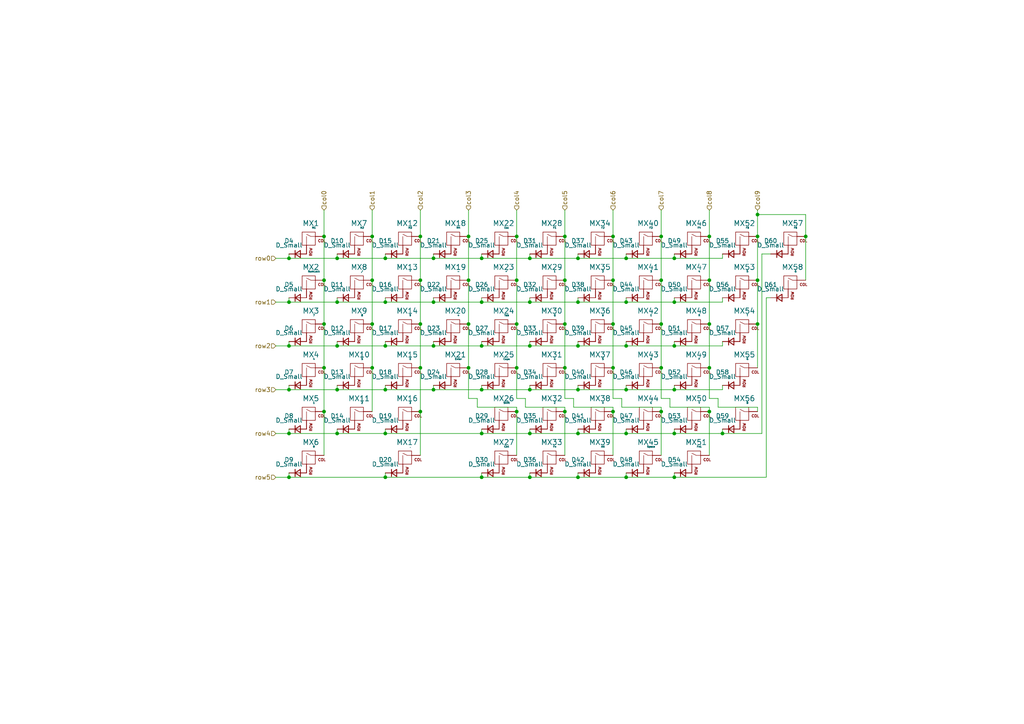
<source format=kicad_sch>
(kicad_sch (version 20230121) (generator eeschema)
  (paper "A4")
  (lib_symbols
    (symbol "Device:D_Small" (pin_numbers hide) (pin_names (offset 0.254) hide)
      (property "Reference" "D" (at -1.27 2.032 0))
      (property "Value" "D_Small" (at -3.81 -2.032 0))
      (symbol "D_Small_0_1"
        (polyline (pts (xy -0.762 -1.016) (xy -0.762 1.016)) (stroke (width 0.254)))
        (polyline (pts (xy -0.762 0) (xy 0.762 0)))
        (polyline (pts (xy 0.762 -1.016) (xy -0.762 0) (xy 0.762 1.016) (xy 0.762 -1.016)) (stroke (width 0.254)))
      )
      (symbol "D_Small_1_1"
        (pin passive line (at -2.54 0 0) (length 1.778) (name "K") (number "1"))
        (pin passive line (at 2.54 0 180) (length 1.778) (name "A") (number "2"))
      )
    )
    (symbol "MX_Alps_Hybrid:MX-NoLED" (pin_names (offset 1.016))
      (property "Reference" "MX" (at -0.635 3.81 0))
      (property "Value" "MX-NoLED" (at -0.635 1.27 0))
      (symbol "MX-NoLED_0_0"
        (rectangle (start -2.54 2.54) (end 1.27 -1.27))
        (polyline (pts (xy -1.27 -1.27) (xy -1.27 1.27)) (stroke (width 0.127)))
        (polyline (pts (xy 1.27 1.27) (xy 0 1.27) (xy -1.27 1.905)) (stroke (width 0.127)))
        (text "COL" (at 3.175 0 0) (effects (font (size 0.762 0.762))))
        (text "ROW" (at 0 -1.905 900) (effects (font (size 0.762 0.762)) (justify right)))
      )
      (symbol "MX-NoLED_1_1"
        (pin passive line (at 3.81 1.27 180) (length 2.54) (name "COL") (number "1"))
        (pin passive line (at -1.27 -3.81 90) (length 2.54) (name "ROW") (number "2"))
      )
    )
  )
  (junction (at 121.92 68.58))
  (junction (at 191.77 106.68))
  (junction (at 107.95 93.98))
  (junction (at 139.7 74.93))
  (junction (at 205.74 81.28))
  (junction (at 219.71 68.58))
  (junction (at 191.77 68.58))
  (junction (at 83.82 138.43))
  (junction (at 163.83 68.58))
  (junction (at 121.92 81.28))
  (junction (at 195.58 100.33))
  (junction (at 233.68 68.58))
  (junction (at 167.64 100.33))
  (junction (at 111.76 138.43))
  (junction (at 153.67 113.03))
  (junction (at 135.89 106.68))
  (junction (at 139.7 87.63))
  (junction (at 181.61 87.63))
  (junction (at 83.82 87.63))
  (junction (at 83.82 113.03))
  (junction (at 149.86 119.38))
  (junction (at 107.95 81.28))
  (junction (at 121.92 119.38))
  (junction (at 97.79 87.63))
  (junction (at 97.79 74.93))
  (junction (at 205.74 119.38))
  (junction (at 205.74 106.68))
  (junction (at 121.92 106.68))
  (junction (at 135.89 68.58))
  (junction (at 93.98 93.98))
  (junction (at 153.67 100.33))
  (junction (at 139.7 113.03))
  (junction (at 139.7 125.73))
  (junction (at 209.55 125.73))
  (junction (at 149.86 93.98))
  (junction (at 83.82 125.73))
  (junction (at 219.71 93.98))
  (junction (at 153.67 87.63))
  (junction (at 177.8 119.38))
  (junction (at 219.71 81.28))
  (junction (at 149.86 106.68))
  (junction (at 139.7 138.43))
  (junction (at 97.79 100.33))
  (junction (at 153.67 125.73))
  (junction (at 97.79 125.73))
  (junction (at 191.77 81.28))
  (junction (at 149.86 81.28))
  (junction (at 125.73 100.33))
  (junction (at 195.58 138.43))
  (junction (at 135.89 81.28))
  (junction (at 125.73 113.03))
  (junction (at 93.98 106.68))
  (junction (at 177.8 68.58))
  (junction (at 111.76 74.93))
  (junction (at 177.8 106.68))
  (junction (at 191.77 93.98))
  (junction (at 149.86 68.58))
  (junction (at 181.61 125.73))
  (junction (at 111.76 125.73))
  (junction (at 163.83 106.68))
  (junction (at 163.83 119.38))
  (junction (at 219.71 62.23))
  (junction (at 181.61 113.03))
  (junction (at 97.79 113.03))
  (junction (at 167.64 138.43))
  (junction (at 205.74 93.98))
  (junction (at 163.83 93.98))
  (junction (at 125.73 74.93))
  (junction (at 93.98 119.38))
  (junction (at 93.98 81.28))
  (junction (at 139.7 100.33))
  (junction (at 167.64 113.03))
  (junction (at 121.92 93.98))
  (junction (at 83.82 74.93))
  (junction (at 191.77 119.38))
  (junction (at 163.83 81.28))
  (junction (at 111.76 113.03))
  (junction (at 167.64 87.63))
  (junction (at 111.76 87.63))
  (junction (at 195.58 125.73))
  (junction (at 177.8 93.98))
  (junction (at 125.73 87.63))
  (junction (at 195.58 74.93))
  (junction (at 195.58 113.03))
  (junction (at 153.67 74.93))
  (junction (at 177.8 81.28))
  (junction (at 181.61 100.33))
  (junction (at 83.82 100.33))
  (junction (at 205.74 68.58))
  (junction (at 181.61 74.93))
  (junction (at 195.58 87.63))
  (junction (at 107.95 106.68))
  (junction (at 153.67 138.43))
  (junction (at 135.89 93.98))
  (junction (at 181.61 138.43))
  (junction (at 167.64 74.93))
  (junction (at 93.98 68.58))
  (junction (at 111.76 100.33))
  (junction (at 167.64 125.73))
  (junction (at 107.95 68.58))
  (wire (pts (xy 107.95 93.98) (xy 107.95 106.68)))
  (wire (pts (xy 93.98 81.28) (xy 93.98 93.98)))
  (wire (pts (xy 167.64 125.73) (xy 167.64 124.46)))
  (wire (pts (xy 153.67 74.93) (xy 153.67 73.66)))
  (wire (pts (xy 135.89 60.96) (xy 135.89 68.58)))
  (wire (pts (xy 177.8 68.58) (xy 177.8 81.28)))
  (wire (pts (xy 191.77 60.96) (xy 191.77 68.58)))
  (wire (pts (xy 149.86 93.98) (xy 149.86 106.68)))
  (wire (pts (xy 180.34 115.57) (xy 177.8 115.57)))
  (wire (pts (xy 97.79 74.93) (xy 97.79 73.66)))
  (wire (pts (xy 125.73 100.33) (xy 125.73 99.06)))
  (wire (pts (xy 121.92 106.68) (xy 121.92 119.38)))
  (wire (pts (xy 195.58 138.43) (xy 195.58 137.16)))
  (wire (pts (xy 191.77 81.28) (xy 191.77 93.98)))
  (wire (pts (xy 83.82 86.36) (xy 83.82 87.63)))
  (wire (pts (xy 135.89 115.57) (xy 135.89 106.68)))
  (wire (pts (xy 208.28 115.57) (xy 205.74 115.57)))
  (wire (pts (xy 219.71 60.96) (xy 219.71 62.23)))
  (wire (pts (xy 167.64 87.63) (xy 181.61 87.63)))
  (wire (pts (xy 149.86 119.38) (xy 149.86 118.11)))
  (wire (pts (xy 93.98 106.68) (xy 93.98 119.38)))
  (wire (pts (xy 222.25 138.43) (xy 195.58 138.43)))
  (wire (pts (xy 167.64 87.63) (xy 167.64 86.36)))
  (wire (pts (xy 220.98 125.73) (xy 220.98 73.66)))
  (wire (pts (xy 149.86 115.57) (xy 149.86 106.68)))
  (wire (pts (xy 181.61 125.73) (xy 181.61 124.46)))
  (wire (pts (xy 125.73 73.66) (xy 125.73 74.93)))
  (wire (pts (xy 139.7 125.73) (xy 153.67 125.73)))
  (wire (pts (xy 223.52 86.36) (xy 222.25 86.36)))
  (wire (pts (xy 181.61 100.33) (xy 195.58 100.33)))
  (wire (pts (xy 205.74 81.28) (xy 205.74 93.98)))
  (wire (pts (xy 153.67 74.93) (xy 167.64 74.93)))
  (wire (pts (xy 139.7 100.33) (xy 139.7 99.06)))
  (wire (pts (xy 83.82 125.73) (xy 97.79 125.73)))
  (wire (pts (xy 177.8 118.11) (xy 177.8 119.38)))
  (wire (pts (xy 195.58 124.46) (xy 195.58 125.73)))
  (wire (pts (xy 167.64 111.76) (xy 167.64 113.03)))
  (wire (pts (xy 107.95 81.28) (xy 107.95 93.98)))
  (wire (pts (xy 83.82 99.06) (xy 83.82 100.33)))
  (wire (pts (xy 111.76 138.43) (xy 111.76 137.16)))
  (wire (pts (xy 97.79 87.63) (xy 111.76 87.63)))
  (wire (pts (xy 111.76 87.63) (xy 111.76 86.36)))
  (wire (pts (xy 80.01 100.33) (xy 83.82 100.33)))
  (wire (pts (xy 83.82 100.33) (xy 97.79 100.33)))
  (wire (pts (xy 139.7 138.43) (xy 153.67 138.43)))
  (wire (pts (xy 93.98 68.58) (xy 93.98 81.28)))
  (wire (pts (xy 135.89 68.58) (xy 135.89 81.28)))
  (wire (pts (xy 111.76 87.63) (xy 125.73 87.63)))
  (wire (pts (xy 219.71 118.11) (xy 208.28 118.11)))
  (wire (pts (xy 180.34 118.11) (xy 180.34 115.57)))
  (wire (pts (xy 83.82 111.76) (xy 83.82 113.03)))
  (wire (pts (xy 177.8 60.96) (xy 177.8 68.58)))
  (wire (pts (xy 181.61 74.93) (xy 181.61 73.66)))
  (wire (pts (xy 205.74 68.58) (xy 205.74 81.28)))
  (wire (pts (xy 191.77 119.38) (xy 191.77 132.08)))
  (wire (pts (xy 83.82 113.03) (xy 97.79 113.03)))
  (wire (pts (xy 153.67 87.63) (xy 153.67 86.36)))
  (wire (pts (xy 93.98 93.98) (xy 93.98 106.68)))
  (wire (pts (xy 139.7 74.93) (xy 153.67 74.93)))
  (wire (pts (xy 97.79 111.76) (xy 97.79 113.03)))
  (wire (pts (xy 163.83 93.98) (xy 163.83 106.68)))
  (wire (pts (xy 167.64 100.33) (xy 167.64 99.06)))
  (wire (pts (xy 163.83 60.96) (xy 163.83 68.58)))
  (wire (pts (xy 125.73 100.33) (xy 139.7 100.33)))
  (wire (pts (xy 153.67 138.43) (xy 167.64 138.43)))
  (wire (pts (xy 107.95 106.68) (xy 107.95 119.38)))
  (wire (pts (xy 181.61 74.93) (xy 195.58 74.93)))
  (wire (pts (xy 222.25 86.36) (xy 222.25 138.43)))
  (wire (pts (xy 97.79 87.63) (xy 97.79 86.36)))
  (wire (pts (xy 83.82 87.63) (xy 97.79 87.63)))
  (wire (pts (xy 111.76 74.93) (xy 125.73 74.93)))
  (wire (pts (xy 195.58 125.73) (xy 209.55 125.73)))
  (wire (pts (xy 97.79 74.93) (xy 111.76 74.93)))
  (wire (pts (xy 209.55 125.73) (xy 220.98 125.73)))
  (wire (pts (xy 181.61 138.43) (xy 181.61 137.16)))
  (wire (pts (xy 191.77 93.98) (xy 191.77 106.68)))
  (wire (pts (xy 149.86 60.96) (xy 149.86 68.58)))
  (wire (pts (xy 191.77 118.11) (xy 180.34 118.11)))
  (wire (pts (xy 163.83 81.28) (xy 163.83 93.98)))
  (wire (pts (xy 149.86 68.58) (xy 149.86 81.28)))
  (wire (pts (xy 121.92 93.98) (xy 121.92 106.68)))
  (wire (pts (xy 181.61 87.63) (xy 195.58 87.63)))
  (wire (pts (xy 194.31 115.57) (xy 191.77 115.57)))
  (wire (pts (xy 208.28 118.11) (xy 208.28 115.57)))
  (wire (pts (xy 152.4 118.11) (xy 152.4 115.57)))
  (wire (pts (xy 177.8 81.28) (xy 177.8 93.98)))
  (wire (pts (xy 167.64 74.93) (xy 167.64 73.66)))
  (wire (pts (xy 191.77 115.57) (xy 191.77 106.68)))
  (wire (pts (xy 205.74 93.98) (xy 205.74 106.68)))
  (wire (pts (xy 163.83 115.57) (xy 163.83 106.68)))
  (wire (pts (xy 209.55 113.03) (xy 209.55 111.76)))
  (wire (pts (xy 139.7 113.03) (xy 139.7 111.76)))
  (wire (pts (xy 139.7 137.16) (xy 139.7 138.43)))
  (wire (pts (xy 125.73 87.63) (xy 139.7 87.63)))
  (wire (pts (xy 111.76 113.03) (xy 125.73 113.03)))
  (wire (pts (xy 111.76 125.73) (xy 139.7 125.73)))
  (wire (pts (xy 83.82 137.16) (xy 83.82 138.43)))
  (wire (pts (xy 121.92 119.38) (xy 121.92 132.08)))
  (wire (pts (xy 220.98 73.66) (xy 223.52 73.66)))
  (wire (pts (xy 191.77 118.11) (xy 191.77 119.38)))
  (wire (pts (xy 135.89 93.98) (xy 135.89 106.68)))
  (wire (pts (xy 139.7 113.03) (xy 153.67 113.03)))
  (wire (pts (xy 209.55 87.63) (xy 209.55 86.36)))
  (wire (pts (xy 195.58 100.33) (xy 209.55 100.33)))
  (wire (pts (xy 139.7 73.66) (xy 139.7 74.93)))
  (wire (pts (xy 195.58 113.03) (xy 195.58 111.76)))
  (wire (pts (xy 177.8 119.38) (xy 177.8 132.08)))
  (wire (pts (xy 97.79 125.73) (xy 111.76 125.73)))
  (wire (pts (xy 163.83 119.38) (xy 163.83 132.08)))
  (wire (pts (xy 205.74 118.11) (xy 205.74 119.38)))
  (wire (pts (xy 121.92 68.58) (xy 121.92 81.28)))
  (wire (pts (xy 167.64 100.33) (xy 181.61 100.33)))
  (wire (pts (xy 195.58 87.63) (xy 209.55 87.63)))
  (wire (pts (xy 163.83 68.58) (xy 163.83 81.28)))
  (wire (pts (xy 80.01 74.93) (xy 83.82 74.93)))
  (wire (pts (xy 153.67 100.33) (xy 153.67 99.06)))
  (wire (pts (xy 205.74 60.96) (xy 205.74 68.58)))
  (wire (pts (xy 139.7 100.33) (xy 153.67 100.33)))
  (wire (pts (xy 167.64 138.43) (xy 167.64 137.16)))
  (wire (pts (xy 195.58 87.63) (xy 195.58 86.36)))
  (wire (pts (xy 181.61 113.03) (xy 195.58 113.03)))
  (wire (pts (xy 219.71 93.98) (xy 219.71 106.68)))
  (wire (pts (xy 209.55 74.93) (xy 209.55 73.66)))
  (wire (pts (xy 149.86 119.38) (xy 149.86 132.08)))
  (wire (pts (xy 138.43 118.11) (xy 138.43 115.57)))
  (wire (pts (xy 139.7 87.63) (xy 139.7 86.36)))
  (wire (pts (xy 219.71 62.23) (xy 219.71 68.58)))
  (wire (pts (xy 107.95 68.58) (xy 107.95 81.28)))
  (wire (pts (xy 209.55 125.73) (xy 209.55 124.46)))
  (wire (pts (xy 93.98 119.38) (xy 93.98 132.08)))
  (wire (pts (xy 181.61 138.43) (xy 195.58 138.43)))
  (wire (pts (xy 83.82 73.66) (xy 83.82 74.93)))
  (wire (pts (xy 167.64 74.93) (xy 181.61 74.93)))
  (wire (pts (xy 83.82 124.46) (xy 83.82 125.73)))
  (wire (pts (xy 233.68 68.58) (xy 233.68 81.28)))
  (wire (pts (xy 163.83 118.11) (xy 163.83 119.38)))
  (wire (pts (xy 167.64 113.03) (xy 181.61 113.03)))
  (wire (pts (xy 205.74 119.38) (xy 205.74 132.08)))
  (wire (pts (xy 194.31 118.11) (xy 194.31 115.57)))
  (wire (pts (xy 111.76 138.43) (xy 139.7 138.43)))
  (wire (pts (xy 209.55 100.33) (xy 209.55 99.06)))
  (wire (pts (xy 125.73 113.03) (xy 125.73 111.76)))
  (wire (pts (xy 111.76 100.33) (xy 125.73 100.33)))
  (wire (pts (xy 111.76 74.93) (xy 111.76 73.66)))
  (wire (pts (xy 139.7 124.46) (xy 139.7 125.73)))
  (wire (pts (xy 219.71 68.58) (xy 219.71 81.28)))
  (wire (pts (xy 219.71 118.11) (xy 219.71 119.38)))
  (wire (pts (xy 167.64 138.43) (xy 181.61 138.43)))
  (wire (pts (xy 195.58 113.03) (xy 209.55 113.03)))
  (wire (pts (xy 153.67 138.43) (xy 153.67 137.16)))
  (wire (pts (xy 195.58 100.33) (xy 195.58 99.06)))
  (wire (pts (xy 97.79 100.33) (xy 111.76 100.33)))
  (wire (pts (xy 80.01 87.63) (xy 83.82 87.63)))
  (wire (pts (xy 191.77 68.58) (xy 191.77 81.28)))
  (wire (pts (xy 177.8 93.98) (xy 177.8 106.68)))
  (wire (pts (xy 149.86 118.11) (xy 138.43 118.11)))
  (wire (pts (xy 205.74 115.57) (xy 205.74 106.68)))
  (wire (pts (xy 177.8 115.57) (xy 177.8 106.68)))
  (wire (pts (xy 107.95 60.96) (xy 107.95 68.58)))
  (wire (pts (xy 138.43 115.57) (xy 135.89 115.57)))
  (wire (pts (xy 153.67 87.63) (xy 167.64 87.63)))
  (wire (pts (xy 97.79 125.73) (xy 97.79 124.46)))
  (wire (pts (xy 166.37 115.57) (xy 163.83 115.57)))
  (wire (pts (xy 125.73 74.93) (xy 139.7 74.93)))
  (wire (pts (xy 80.01 138.43) (xy 83.82 138.43)))
  (wire (pts (xy 93.98 60.96) (xy 93.98 68.58)))
  (wire (pts (xy 97.79 113.03) (xy 111.76 113.03)))
  (wire (pts (xy 152.4 115.57) (xy 149.86 115.57)))
  (wire (pts (xy 121.92 60.96) (xy 121.92 68.58)))
  (wire (pts (xy 149.86 81.28) (xy 149.86 93.98)))
  (wire (pts (xy 195.58 74.93) (xy 195.58 73.66)))
  (wire (pts (xy 219.71 62.23) (xy 233.68 62.23)))
  (wire (pts (xy 153.67 100.33) (xy 167.64 100.33)))
  (wire (pts (xy 177.8 118.11) (xy 166.37 118.11)))
  (wire (pts (xy 181.61 87.63) (xy 181.61 86.36)))
  (wire (pts (xy 121.92 81.28) (xy 121.92 93.98)))
  (wire (pts (xy 163.83 118.11) (xy 152.4 118.11)))
  (wire (pts (xy 219.71 81.28) (xy 219.71 93.98)))
  (wire (pts (xy 135.89 81.28) (xy 135.89 93.98)))
  (wire (pts (xy 111.76 125.73) (xy 111.76 124.46)))
  (wire (pts (xy 181.61 100.33) (xy 181.61 99.06)))
  (wire (pts (xy 195.58 74.93) (xy 209.55 74.93)))
  (wire (pts (xy 83.82 74.93) (xy 97.79 74.93)))
  (wire (pts (xy 80.01 125.73) (xy 83.82 125.73)))
  (wire (pts (xy 153.67 111.76) (xy 153.67 113.03)))
  (wire (pts (xy 125.73 113.03) (xy 139.7 113.03)))
  (wire (pts (xy 153.67 125.73) (xy 167.64 125.73)))
  (wire (pts (xy 153.67 113.03) (xy 167.64 113.03)))
  (wire (pts (xy 83.82 138.43) (xy 111.76 138.43)))
  (wire (pts (xy 181.61 111.76) (xy 181.61 113.03)))
  (wire (pts (xy 139.7 87.63) (xy 153.67 87.63)))
  (wire (pts (xy 111.76 113.03) (xy 111.76 111.76)))
  (wire (pts (xy 153.67 125.73) (xy 153.67 124.46)))
  (wire (pts (xy 181.61 125.73) (xy 195.58 125.73)))
  (wire (pts (xy 205.74 118.11) (xy 194.31 118.11)))
  (wire (pts (xy 167.64 125.73) (xy 181.61 125.73)))
  (wire (pts (xy 125.73 87.63) (xy 125.73 86.36)))
  (wire (pts (xy 166.37 118.11) (xy 166.37 115.57)))
  (wire (pts (xy 111.76 100.33) (xy 111.76 99.06)))
  (wire (pts (xy 80.01 113.03) (xy 83.82 113.03)))
  (wire (pts (xy 97.79 100.33) (xy 97.79 99.06)))
  (wire (pts (xy 233.68 62.23) (xy 233.68 68.58)))
  (hierarchical_label "col7" (shape input) (at 191.77 60.96 90))
  (hierarchical_label "col3" (shape input) (at 135.89 60.96 90))
  (hierarchical_label "row2" (shape input) (at 80.01 100.33 180))
  (hierarchical_label "row5" (shape input) (at 80.01 138.43 180))
  (hierarchical_label "col9" (shape input) (at 219.71 60.96 90))
  (hierarchical_label "row0" (shape input) (at 80.01 74.93 180))
  (hierarchical_label "col2" (shape input) (at 121.92 60.96 90))
  (hierarchical_label "row1" (shape input) (at 80.01 87.63 180))
  (hierarchical_label "col8" (shape input) (at 205.74 60.96 90))
  (hierarchical_label "col1" (shape input) (at 107.95 60.96 90))
  (hierarchical_label "col5" (shape input) (at 163.83 60.96 90))
  (hierarchical_label "col6" (shape input) (at 177.8 60.96 90))
  (hierarchical_label "row4" (shape input) (at 80.01 125.73 180))
  (hierarchical_label "row3" (shape input) (at 80.01 113.03 180))
  (hierarchical_label "col0" (shape input) (at 93.98 60.96 90))
  (hierarchical_label "col4" (shape input) (at 149.86 60.96 90))
  (symbol (lib_id "MX_Alps_Hybrid:MX-NoLED") (at 187.96 133.35 0) (unit 1)
    (property "Reference" "MX45" (at 187.96 128.27 0) (effects (font (size 1.524 1.524))))
    (property "Value" "Space" (at 188.8432 129.54 0) (effects (font (size 0.508 0.508))))
    (property "Footprint" "custom-footprints:Custom_SW_Cherry_MX_2.25u_PCB_stabflip" (effects hide))
  )
  (symbol (lib_id "MX_Alps_Hybrid:MX-NoLED") (at 90.17 69.85 0) (unit 1)
    (property "Reference" "MX1" (at 90.17 64.77 0) (effects (font (size 1.524 1.524))))
    (property "Value" "M1" (at 91.0532 66.04 0) (effects (font (size 0.508 0.508))))
    (property "Footprint" "custom-footprints:Custom_SW_Cherry_MX_1.00u_PCB" (effects hide))
  )
  (symbol (lib_id "Device:D_Small") (at 142.24 137.16 0) (unit 1)
    (property "Reference" "D30" (at 139.7 133.35 0))
    (property "Value" "D_Small" (at 139.7 134.62 0))
    (property "Footprint" "Diode_SMD:D_SOD-123" (effects hide))
    (property "Sim.Device" "D" (effects hide))
    (property "Sim.Pins" "1=K 2=A" (effects hide))
  )
  (symbol (lib_id "MX_Alps_Hybrid:MX-NoLED") (at 146.05 95.25 0) (unit 1)
    (property "Reference" "MX24" (at 146.05 90.17 0) (effects (font (size 1.524 1.524))))
    (property "Value" "Tab" (at 146.9332 91.44 0) (effects (font (size 0.508 0.508))))
    (property "Footprint" "custom-footprints:Custom_SW_Cherry_MX_1.50u_PCB" (effects hide))
  )
  (symbol (lib_id "Device:D_Small") (at 128.27 111.76 0) (unit 1)
    (property "Reference" "D24" (at 125.73 107.95 0))
    (property "Value" "D_Small" (at 125.73 109.22 0))
    (property "Footprint" "Diode_SMD:D_SOD-123" (effects hide))
    (property "Sim.Device" "D" (effects hide))
    (property "Sim.Pins" "1=K 2=A" (effects hide))
  )
  (symbol (lib_id "MX_Alps_Hybrid:MX-NoLED") (at 90.17 82.55 0) (unit 1)
    (property "Reference" "MX2" (at 90.17 77.47 0) (effects (font (size 1.524 1.524))))
    (property "Value" "NumLock" (at 91.0532 78.74 0) (effects (font (size 0.508 0.508))))
    (property "Footprint" "custom-footprints:Custom_SW_Cherry_MX_1.00u_PCB" (effects hide))
  )
  (symbol (lib_id "MX_Alps_Hybrid:MX-NoLED") (at 146.05 120.65 0) (unit 1)
    (property "Reference" "MX26" (at 146.05 115.57 0) (effects (font (size 1.524 1.524))))
    (property "Value" "Shift" (at 146.9332 116.84 0) (effects (font (size 0.508 0.508))))
    (property "Footprint" "custom-footprints:Custom_SW_Cherry_MX_2.25u_PCB" (effects hide))
  )
  (symbol (lib_id "MX_Alps_Hybrid:MX-NoLED") (at 118.11 107.95 0) (unit 1)
    (property "Reference" "MX15" (at 118.11 102.87 0) (effects (font (size 1.524 1.524))))
    (property "Value" "6" (at 118.9932 104.14 0) (effects (font (size 0.508 0.508))))
    (property "Footprint" "custom-footprints:Custom_SW_Cherry_MX_1.00u_PCB" (effects hide))
  )
  (symbol (lib_id "Device:D_Small") (at 170.18 111.76 0) (unit 1)
    (property "Reference" "D40" (at 167.64 107.95 0))
    (property "Value" "D_Small" (at 167.64 109.22 0))
    (property "Footprint" "Diode_SMD:D_SOD-123" (effects hide))
    (property "Sim.Device" "D" (effects hide))
    (property "Sim.Pins" "1=K 2=A" (effects hide))
  )
  (symbol (lib_id "Device:D_Small") (at 170.18 137.16 0) (unit 1)
    (property "Reference" "D42" (at 167.64 133.35 0))
    (property "Value" "D_Small" (at 167.64 134.62 0))
    (property "Footprint" "Diode_SMD:D_SOD-123" (effects hide))
    (property "Sim.Device" "D" (effects hide))
    (property "Sim.Pins" "1=K 2=A" (effects hide))
  )
  (symbol (lib_id "MX_Alps_Hybrid:MX-NoLED") (at 187.96 107.95 0) (unit 1)
    (property "Reference" "MX43" (at 187.96 102.87 0) (effects (font (size 1.524 1.524))))
    (property "Value" "D" (at 188.8432 104.14 0) (effects (font (size 0.508 0.508))))
    (property "Footprint" "custom-footprints:Custom_SW_Cherry_MX_1.00u_PCB" (effects hide))
  )
  (symbol (lib_id "Device:D_Small") (at 114.3 124.46 0) (unit 1)
    (property "Reference" "D19" (at 111.76 120.65 0))
    (property "Value" "D_Small" (at 111.76 121.92 0))
    (property "Footprint" "Diode_SMD:D_SOD-123" (effects hide))
    (property "Sim.Device" "D" (effects hide))
    (property "Sim.Pins" "1=K 2=A" (effects hide))
  )
  (symbol (lib_id "MX_Alps_Hybrid:MX-NoLED") (at 118.11 133.35 0) (unit 1)
    (property "Reference" "MX17" (at 118.11 128.27 0) (effects (font (size 1.524 1.524))))
    (property "Value" "." (at 118.9932 129.54 0) (effects (font (size 0.508 0.508))))
    (property "Footprint" "custom-footprints:Custom_SW_Cherry_MX_1.00u_PCB" (effects hide))
  )
  (symbol (lib_id "Device:D_Small") (at 212.09 86.36 0) (unit 1)
    (property "Reference" "D56" (at 209.55 82.55 0))
    (property "Value" "D_Small" (at 209.55 83.82 0))
    (property "Footprint" "Diode_SMD:D_SOD-123" (effects hide))
    (property "Sim.Device" "D" (effects hide))
    (property "Sim.Pins" "1=K 2=A" (effects hide))
  )
  (symbol (lib_id "MX_Alps_Hybrid:MX-NoLED") (at 132.08 95.25 0) (unit 1)
    (property "Reference" "MX20" (at 132.08 90.17 0) (effects (font (size 1.524 1.524))))
    (property "Value" "+" (at 132.9632 91.44 0) (effects (font (size 0.508 0.508))))
    (property "Footprint" "custom-footprints:Custom_SW_Cherry_MX_2.00u_PCB_stabflip" (effects hide))
  )
  (symbol (lib_id "Device:D_Small") (at 86.36 86.36 0) (unit 1)
    (property "Reference" "D5" (at 83.82 82.55 0))
    (property "Value" "D_Small" (at 83.82 83.82 0))
    (property "Footprint" "Diode_SMD:D_SOD-123" (effects hide))
    (property "Sim.Device" "D" (effects hide))
    (property "Sim.Pins" "1=K 2=A" (effects hide))
  )
  (symbol (lib_id "MX_Alps_Hybrid:MX-NoLED") (at 201.93 133.35 0) (unit 1)
    (property "Reference" "MX51" (at 201.93 128.27 0) (effects (font (size 1.524 1.524))))
    (property "Value" "Fn1" (at 202.8132 129.54 0) (effects (font (size 0.508 0.508))))
    (property "Footprint" "custom-footprints:Custom_SW_Cherry_MX_1.00u_PCB" (effects hide))
  )
  (symbol (lib_id "Device:D_Small") (at 198.12 124.46 0) (unit 1)
    (property "Reference" "D53" (at 195.58 120.65 0))
    (property "Value" "D_Small" (at 195.58 121.92 0))
    (property "Footprint" "Diode_SMD:D_SOD-123" (effects hide))
    (property "Sim.Device" "D" (effects hide))
    (property "Sim.Pins" "1=K 2=A" (effects hide))
  )
  (symbol (lib_id "Device:D_Small") (at 142.24 73.66 0) (unit 1)
    (property "Reference" "D25" (at 139.7 69.85 0))
    (property "Value" "D_Small" (at 139.7 71.12 0))
    (property "Footprint" "Diode_SMD:D_SOD-123" (effects hide))
    (property "Sim.Device" "D" (effects hide))
    (property "Sim.Pins" "1=K 2=A" (effects hide))
  )
  (symbol (lib_id "Device:D_Small") (at 86.36 73.66 0) (unit 1)
    (property "Reference" "D4" (at 83.82 69.85 0))
    (property "Value" "D_Small" (at 83.82 71.12 0))
    (property "Footprint" "Diode_SMD:D_SOD-123" (effects hide))
    (property "Sim.Device" "D" (effects hide))
    (property "Sim.Pins" "1=K 2=A" (effects hide))
  )
  (symbol (lib_id "MX_Alps_Hybrid:MX-NoLED") (at 118.11 120.65 0) (unit 1)
    (property "Reference" "MX16" (at 118.11 115.57 0) (effects (font (size 1.524 1.524))))
    (property "Value" "3" (at 118.9932 116.84 0) (effects (font (size 0.508 0.508))))
    (property "Footprint" "custom-footprints:Custom_SW_Cherry_MX_1.00u_PCB" (effects hide))
  )
  (symbol (lib_id "Device:D_Small") (at 114.3 86.36 0) (unit 1)
    (property "Reference" "D16" (at 111.76 82.55 0))
    (property "Value" "D_Small" (at 111.76 83.82 0))
    (property "Footprint" "Diode_SMD:D_SOD-123" (effects hide))
    (property "Sim.Device" "D" (effects hide))
    (property "Sim.Pins" "1=K 2=A" (effects hide))
  )
  (symbol (lib_id "Device:D_Small") (at 170.18 73.66 0) (unit 1)
    (property "Reference" "D37" (at 167.64 69.85 0))
    (property "Value" "D_Small" (at 167.64 71.12 0))
    (property "Footprint" "Diode_SMD:D_SOD-123" (effects hide))
    (property "Sim.Device" "D" (effects hide))
    (property "Sim.Pins" "1=K 2=A" (effects hide))
  )
  (symbol (lib_id "Device:D_Small") (at 156.21 137.16 0) (unit 1)
    (property "Reference" "D36" (at 153.67 133.35 0))
    (property "Value" "D_Small" (at 153.67 134.62 0))
    (property "Footprint" "Diode_SMD:D_SOD-123" (effects hide))
    (property "Sim.Device" "D" (effects hide))
    (property "Sim.Pins" "1=K 2=A" (effects hide))
  )
  (symbol (lib_id "Device:D_Small") (at 142.24 86.36 0) (unit 1)
    (property "Reference" "D26" (at 139.7 82.55 0))
    (property "Value" "D_Small" (at 139.7 83.82 0))
    (property "Footprint" "Diode_SMD:D_SOD-123" (effects hide))
    (property "Sim.Device" "D" (effects hide))
    (property "Sim.Pins" "1=K 2=A" (effects hide))
  )
  (symbol (lib_id "Device:D_Small") (at 198.12 137.16 0) (unit 1)
    (property "Reference" "D54" (at 195.58 133.35 0))
    (property "Value" "D_Small" (at 195.58 134.62 0))
    (property "Footprint" "Diode_SMD:D_SOD-123" (effects hide))
    (property "Sim.Device" "D" (effects hide))
    (property "Sim.Pins" "1=K 2=A" (effects hide))
  )
  (symbol (lib_id "MX_Alps_Hybrid:MX-NoLED") (at 187.96 69.85 0) (unit 1)
    (property "Reference" "MX40" (at 187.96 64.77 0) (effects (font (size 1.524 1.524))))
    (property "Value" "F3" (at 188.8432 66.04 0) (effects (font (size 0.508 0.508))))
    (property "Footprint" "custom-footprints:Custom_SW_Cherry_MX_1.00u_PCB" (effects hide))
  )
  (symbol (lib_id "MX_Alps_Hybrid:MX-NoLED") (at 160.02 69.85 0) (unit 1)
    (property "Reference" "MX28" (at 160.02 64.77 0) (effects (font (size 1.524 1.524))))
    (property "Value" "F1" (at 160.9032 66.04 0) (effects (font (size 0.508 0.508))))
    (property "Footprint" "custom-footprints:Custom_SW_Cherry_MX_1.00u_PCB" (effects hide))
  )
  (symbol (lib_id "Device:D_Small") (at 198.12 99.06 0) (unit 1)
    (property "Reference" "D51" (at 195.58 95.25 0))
    (property "Value" "D_Small" (at 195.58 96.52 0))
    (property "Footprint" "Diode_SMD:D_SOD-123" (effects hide))
    (property "Sim.Device" "D" (effects hide))
    (property "Sim.Pins" "1=K 2=A" (effects hide))
  )
  (symbol (lib_id "Device:D_Small") (at 128.27 86.36 0) (unit 1)
    (property "Reference" "D22" (at 125.73 82.55 0))
    (property "Value" "D_Small" (at 125.73 83.82 0))
    (property "Footprint" "Diode_SMD:D_SOD-123" (effects hide))
    (property "Sim.Device" "D" (effects hide))
    (property "Sim.Pins" "1=K 2=A" (effects hide))
  )
  (symbol (lib_id "Device:D_Small") (at 156.21 73.66 0) (unit 1)
    (property "Reference" "D31" (at 153.67 69.85 0))
    (property "Value" "D_Small" (at 153.67 71.12 0))
    (property "Footprint" "Diode_SMD:D_SOD-123" (effects hide))
    (property "Sim.Device" "D" (effects hide))
    (property "Sim.Pins" "1=K 2=A" (effects hide))
  )
  (symbol (lib_id "Device:D_Small") (at 170.18 86.36 0) (unit 1)
    (property "Reference" "D38" (at 167.64 82.55 0))
    (property "Value" "D_Small" (at 167.64 83.82 0))
    (property "Footprint" "Diode_SMD:D_SOD-123" (effects hide))
    (property "Sim.Device" "D" (effects hide))
    (property "Sim.Pins" "1=K 2=A" (effects hide))
  )
  (symbol (lib_id "Device:D_Small") (at 184.15 124.46 0) (unit 1)
    (property "Reference" "D47" (at 181.61 120.65 0))
    (property "Value" "D_Small" (at 181.61 121.92 0))
    (property "Footprint" "Diode_SMD:D_SOD-123" (effects hide))
    (property "Sim.Device" "D" (effects hide))
    (property "Sim.Pins" "1=K 2=A" (effects hide))
  )
  (symbol (lib_id "MX_Alps_Hybrid:MX-NoLED") (at 187.96 82.55 0) (unit 1)
    (property "Reference" "MX41" (at 187.96 77.47 0) (effects (font (size 1.524 1.524))))
    (property "Value" "3" (at 188.8432 78.74 0) (effects (font (size 0.508 0.508))))
    (property "Footprint" "custom-footprints:Custom_SW_Cherry_MX_1.00u_PCB" (effects hide))
  )
  (symbol (lib_id "Device:D_Small") (at 198.12 73.66 0) (unit 1)
    (property "Reference" "D49" (at 195.58 69.85 0))
    (property "Value" "D_Small" (at 195.58 71.12 0))
    (property "Footprint" "Diode_SMD:D_SOD-123" (effects hide))
    (property "Sim.Device" "D" (effects hide))
    (property "Sim.Pins" "1=K 2=A" (effects hide))
  )
  (symbol (lib_id "MX_Alps_Hybrid:MX-NoLED") (at 104.14 95.25 0) (unit 1)
    (property "Reference" "MX9" (at 104.14 90.17 0) (effects (font (size 1.524 1.524))))
    (property "Value" "8" (at 105.0232 91.44 0) (effects (font (size 0.508 0.508))))
    (property "Footprint" "custom-footprints:Custom_SW_Cherry_MX_1.00u_PCB" (effects hide))
  )
  (symbol (lib_id "Device:D_Small") (at 156.21 111.76 0) (unit 1)
    (property "Reference" "D34" (at 153.67 107.95 0))
    (property "Value" "D_Small" (at 153.67 109.22 0))
    (property "Footprint" "Diode_SMD:D_SOD-123" (effects hide))
    (property "Sim.Device" "D" (effects hide))
    (property "Sim.Pins" "1=K 2=A" (effects hide))
  )
  (symbol (lib_id "Device:D_Small") (at 184.15 86.36 0) (unit 1)
    (property "Reference" "D44" (at 181.61 82.55 0))
    (property "Value" "D_Small" (at 181.61 83.82 0))
    (property "Footprint" "Diode_SMD:D_SOD-123" (effects hide))
    (property "Sim.Device" "D" (effects hide))
    (property "Sim.Pins" "1=K 2=A" (effects hide))
  )
  (symbol (lib_id "Device:D_Small") (at 184.15 137.16 0) (unit 1)
    (property "Reference" "D48" (at 181.61 133.35 0))
    (property "Value" "D_Small" (at 181.61 134.62 0))
    (property "Footprint" "Diode_SMD:D_SOD-123" (effects hide))
    (property "Sim.Device" "D" (effects hide))
    (property "Sim.Pins" "1=K 2=A" (effects hide))
  )
  (symbol (lib_id "Device:D_Small") (at 170.18 99.06 0) (unit 1)
    (property "Reference" "D39" (at 167.64 95.25 0))
    (property "Value" "D_Small" (at 167.64 96.52 0))
    (property "Footprint" "Diode_SMD:D_SOD-123" (effects hide))
    (property "Sim.Device" "D" (effects hide))
    (property "Sim.Pins" "1=K 2=A" (effects hide))
  )
  (symbol (lib_id "MX_Alps_Hybrid:MX-NoLED") (at 215.9 95.25 0) (unit 1)
    (property "Reference" "MX54" (at 215.9 90.17 0) (effects (font (size 1.524 1.524))))
    (property "Value" "T" (at 216.7832 91.44 0) (effects (font (size 0.508 0.508))))
    (property "Footprint" "custom-footprints:Custom_SW_Cherry_MX_1.00u_PCB" (effects hide))
  )
  (symbol (lib_id "Device:D_Small") (at 212.09 73.66 0) (unit 1)
    (property "Reference" "D55" (at 209.55 69.85 0))
    (property "Value" "D_Small" (at 209.55 71.12 0))
    (property "Footprint" "Diode_SMD:D_SOD-123" (effects hide))
    (property "Sim.Device" "D" (effects hide))
    (property "Sim.Pins" "1=K 2=A" (effects hide))
  )
  (symbol (lib_id "MX_Alps_Hybrid:MX-NoLED") (at 90.17 107.95 0) (unit 1)
    (property "Reference" "MX4" (at 90.17 102.87 0) (effects (font (size 1.524 1.524))))
    (property "Value" "4" (at 91.0532 104.14 0) (effects (font (size 0.508 0.508))))
    (property "Footprint" "custom-footprints:Custom_SW_Cherry_MX_1.00u_PCB" (effects hide))
  )
  (symbol (lib_id "MX_Alps_Hybrid:MX-NoLED") (at 132.08 107.95 0) (unit 1)
    (property "Reference" "MX21" (at 132.08 102.87 0) (effects (font (size 1.524 1.524))))
    (property "Value" "Enter" (at 132.9632 104.14 0) (effects (font (size 0.508 0.508))))
    (property "Footprint" "custom-footprints:Custom_SW_Cherry_MX_2.00u_PCB_stabflip" (effects hide))
  )
  (symbol (lib_id "MX_Alps_Hybrid:MX-NoLED") (at 215.9 69.85 0) (unit 1)
    (property "Reference" "MX52" (at 215.9 64.77 0) (effects (font (size 1.524 1.524))))
    (property "Value" "F5" (at 216.7832 66.04 0) (effects (font (size 0.508 0.508))))
    (property "Footprint" "custom-footprints:Custom_SW_Cherry_MX_1.00u_PCB" (effects hide))
  )
  (symbol (lib_id "MX_Alps_Hybrid:MX-NoLED") (at 229.87 69.85 0) (unit 1)
    (property "Reference" "MX57" (at 229.87 64.77 0) (effects (font (size 1.524 1.524))))
    (property "Value" "F6" (at 230.7532 66.04 0) (effects (font (size 0.508 0.508))))
    (property "Footprint" "custom-footprints:Custom_SW_Cherry_MX_1.00u_PCB" (effects hide))
  )
  (symbol (lib_id "MX_Alps_Hybrid:MX-NoLED") (at 104.14 69.85 0) (unit 1)
    (property "Reference" "MX7" (at 104.14 64.77 0) (effects (font (size 1.524 1.524))))
    (property "Value" "M2" (at 105.0232 66.04 0) (effects (font (size 0.508 0.508))))
    (property "Footprint" "custom-footprints:Custom_SW_Cherry_MX_1.00u_PCB" (effects hide))
  )
  (symbol (lib_id "MX_Alps_Hybrid:MX-NoLED") (at 173.99 82.55 0) (unit 1)
    (property "Reference" "MX35" (at 173.99 77.47 0) (effects (font (size 1.524 1.524))))
    (property "Value" "2" (at 174.8732 78.74 0) (effects (font (size 0.508 0.508))))
    (property "Footprint" "custom-footprints:Custom_SW_Cherry_MX_1.00u_PCB" (effects hide))
  )
  (symbol (lib_id "Device:D_Small") (at 184.15 111.76 0) (unit 1)
    (property "Reference" "D46" (at 181.61 107.95 0))
    (property "Value" "D_Small" (at 181.61 109.22 0))
    (property "Footprint" "Diode_SMD:D_SOD-123" (effects hide))
    (property "Sim.Device" "D" (effects hide))
    (property "Sim.Pins" "1=K 2=A" (effects hide))
  )
  (symbol (lib_id "Device:D_Small") (at 114.3 137.16 0) (unit 1)
    (property "Reference" "D20" (at 111.76 133.35 0))
    (property "Value" "D_Small" (at 111.76 134.62 0))
    (property "Footprint" "Diode_SMD:D_SOD-123" (effects hide))
    (property "Sim.Device" "D" (effects hide))
    (property "Sim.Pins" "1=K 2=A" (effects hide))
  )
  (symbol (lib_id "Device:D_Small") (at 142.24 124.46 0) (unit 1)
    (property "Reference" "D29" (at 139.7 120.65 0))
    (property "Value" "D_Small" (at 139.7 121.92 0))
    (property "Footprint" "Diode_SMD:D_SOD-123" (effects hide))
    (property "Sim.Device" "D" (effects hide))
    (property "Sim.Pins" "1=K 2=A" (effects hide))
  )
  (symbol (lib_id "Device:D_Small") (at 114.3 73.66 0) (unit 1)
    (property "Reference" "D15" (at 111.76 69.85 0))
    (property "Value" "D_Small" (at 111.76 71.12 0))
    (property "Footprint" "Diode_SMD:D_SOD-123" (effects hide))
    (property "Sim.Device" "D" (effects hide))
    (property "Sim.Pins" "1=K 2=A" (effects hide))
  )
  (symbol (lib_id "Device:D_Small") (at 212.09 99.06 0) (unit 1)
    (property "Reference" "D57" (at 209.55 95.25 0))
    (property "Value" "D_Small" (at 209.55 96.52 0))
    (property "Footprint" "Diode_SMD:D_SOD-123" (effects hide))
    (property "Sim.Device" "D" (effects hide))
    (property "Sim.Pins" "1=K 2=A" (effects hide))
  )
  (symbol (lib_id "MX_Alps_Hybrid:MX-NoLED") (at 90.17 120.65 0) (unit 1)
    (property "Reference" "MX5" (at 90.17 115.57 0) (effects (font (size 1.524 1.524))))
    (property "Value" "1" (at 91.0532 116.84 0) (effects (font (size 0.508 0.508))))
    (property "Footprint" "custom-footprints:Custom_SW_Cherry_MX_1.00u_PCB" (effects hide))
  )
  (symbol (lib_id "Device:D_Small") (at 86.36 99.06 0) (unit 1)
    (property "Reference" "D6" (at 83.82 95.25 0))
    (property "Value" "D_Small" (at 83.82 96.52 0))
    (property "Footprint" "Diode_SMD:D_SOD-123" (effects hide))
    (property "Sim.Device" "D" (effects hide))
    (property "Sim.Pins" "1=K 2=A" (effects hide))
  )
  (symbol (lib_id "MX_Alps_Hybrid:MX-NoLED") (at 173.99 120.65 0) (unit 1)
    (property "Reference" "MX38" (at 173.99 115.57 0) (effects (font (size 1.524 1.524))))
    (property "Value" "X" (at 174.8732 116.84 0) (effects (font (size 0.508 0.508))))
    (property "Footprint" "custom-footprints:Custom_SW_Cherry_MX_1.00u_PCB" (effects hide))
  )
  (symbol (lib_id "Device:D_Small") (at 156.21 124.46 0) (unit 1)
    (property "Reference" "D35" (at 153.67 120.65 0))
    (property "Value" "D_Small" (at 153.67 121.92 0))
    (property "Footprint" "Diode_SMD:D_SOD-123" (effects hide))
    (property "Sim.Device" "D" (effects hide))
    (property "Sim.Pins" "1=K 2=A" (effects hide))
  )
  (symbol (lib_id "Device:D_Small") (at 156.21 99.06 0) (unit 1)
    (property "Reference" "D33" (at 153.67 95.25 0))
    (property "Value" "D_Small" (at 153.67 96.52 0))
    (property "Footprint" "Diode_SMD:D_SOD-123" (effects hide))
    (property "Sim.Device" "D" (effects hide))
    (property "Sim.Pins" "1=K 2=A" (effects hide))
  )
  (symbol (lib_id "MX_Alps_Hybrid:MX-NoLED") (at 229.87 82.55 0) (unit 1)
    (property "Reference" "MX58" (at 229.87 77.47 0) (effects (font (size 1.524 1.524))))
    (property "Value" "6" (at 230.7532 78.74 0) (effects (font (size 0.508 0.508))))
    (property "Footprint" "custom-footprints:Custom_SW_Cherry_MX_1.00u_PCB" (effects hide))
  )
  (symbol (lib_id "MX_Alps_Hybrid:MX-NoLED") (at 132.08 82.55 0) (unit 1)
    (property "Reference" "MX19" (at 132.08 77.47 0) (effects (font (size 1.524 1.524))))
    (property "Value" "-" (at 132.9632 78.74 0) (effects (font (size 0.508 0.508))))
    (property "Footprint" "custom-footprints:Custom_SW_Cherry_MX_1.00u_PCB" (effects hide))
  )
  (symbol (lib_id "Device:D_Small") (at 226.06 73.66 0) (unit 1)
    (property "Reference" "D60" (at 223.52 69.85 0))
    (property "Value" "D_Small" (at 223.52 71.12 0))
    (property "Footprint" "Diode_SMD:D_SOD-123" (effects hide))
    (property "Sim.Device" "D" (effects hide))
    (property "Sim.Pins" "1=K 2=A" (effects hide))
  )
  (symbol (lib_id "MX_Alps_Hybrid:MX-NoLED") (at 201.93 120.65 0) (unit 1)
    (property "Reference" "MX50" (at 201.93 115.57 0) (effects (font (size 1.524 1.524))))
    (property "Value" "V" (at 202.8132 116.84 0) (effects (font (size 0.508 0.508))))
    (property "Footprint" "custom-footprints:Custom_SW_Cherry_MX_1.00u_PCB" (effects hide))
  )
  (symbol (lib_id "Device:D_Small") (at 212.09 124.46 0) (unit 1)
    (property "Reference" "D59" (at 209.55 120.65 0))
    (property "Value" "D_Small" (at 209.55 121.92 0))
    (property "Footprint" "Diode_SMD:D_SOD-123" (effects hide))
    (property "Sim.Device" "D" (effects hide))
    (property "Sim.Pins" "1=K 2=A" (effects hide))
  )
  (symbol (lib_id "Device:D_Small") (at 128.27 99.06 0) (unit 1)
    (property "Reference" "D23" (at 125.73 95.25 0))
    (property "Value" "D_Small" (at 125.73 96.52 0))
    (property "Footprint" "Diode_SMD:D_SOD-123" (effects hide))
    (property "Sim.Device" "D" (effects hide))
    (property "Sim.Pins" "1=K 2=A" (effects hide))
  )
  (symbol (lib_id "MX_Alps_Hybrid:MX-NoLED") (at 160.02 95.25 0) (unit 1)
    (property "Reference" "MX30" (at 160.02 90.17 0) (effects (font (size 1.524 1.524))))
    (property "Value" "Q" (at 160.9032 91.44 0) (effects (font (size 0.508 0.508))))
    (property "Footprint" "custom-footprints:Custom_SW_Cherry_MX_1.00u_PCB" (effects hide))
  )
  (symbol (lib_id "Device:D_Small") (at 100.33 86.36 0) (unit 1)
    (property "Reference" "D11" (at 97.79 82.55 0))
    (property "Value" "D_Small" (at 97.79 83.82 0))
    (property "Footprint" "Diode_SMD:D_SOD-123" (effects hide))
    (property "Sim.Device" "D" (effects hide))
    (property "Sim.Pins" "1=K 2=A" (effects hide))
  )
  (symbol (lib_id "MX_Alps_Hybrid:MX-NoLED") (at 201.93 69.85 0) (unit 1)
    (property "Reference" "MX46" (at 201.93 64.77 0) (effects (font (size 1.524 1.524))))
    (property "Value" "F4" (at 202.8132 66.04 0) (effects (font (size 0.508 0.508))))
    (property "Footprint" "custom-footprints:Custom_SW_Cherry_MX_1.00u_PCB" (effects hide))
  )
  (symbol (lib_id "Device:D_Small") (at 142.24 99.06 0) (unit 1)
    (property "Reference" "D27" (at 139.7 95.25 0))
    (property "Value" "D_Small" (at 139.7 96.52 0))
    (property "Footprint" "Diode_SMD:D_SOD-123" (effects hide))
    (property "Sim.Device" "D" (effects hide))
    (property "Sim.Pins" "1=K 2=A" (effects hide))
  )
  (symbol (lib_id "MX_Alps_Hybrid:MX-NoLED") (at 160.02 82.55 0) (unit 1)
    (property "Reference" "MX29" (at 160.02 77.47 0) (effects (font (size 1.524 1.524))))
    (property "Value" "1" (at 160.9032 78.74 0) (effects (font (size 0.508 0.508))))
    (property "Footprint" "custom-footprints:Custom_SW_Cherry_MX_1.00u_PCB" (effects hide))
  )
  (symbol (lib_id "MX_Alps_Hybrid:MX-NoLED") (at 146.05 82.55 0) (unit 1)
    (property "Reference" "MX23" (at 146.05 77.47 0) (effects (font (size 1.524 1.524))))
    (property "Value" "~`" (at 146.9332 78.74 0) (effects (font (size 0.508 0.508))))
    (property "Footprint" "custom-footprints:Custom_SW_Cherry_MX_1.00u_PCB" (effects hide))
  )
  (symbol (lib_id "Device:D_Small") (at 184.15 73.66 0) (unit 1)
    (property "Reference" "D43" (at 181.61 69.85 0))
    (property "Value" "D_Small" (at 181.61 71.12 0))
    (property "Footprint" "Diode_SMD:D_SOD-123" (effects hide))
    (property "Sim.Device" "D" (effects hide))
    (property "Sim.Pins" "1=K 2=A" (effects hide))
  )
  (symbol (lib_id "MX_Alps_Hybrid:MX-NoLED") (at 187.96 120.65 0) (unit 1)
    (property "Reference" "MX44" (at 187.96 115.57 0) (effects (font (size 1.524 1.524))))
    (property "Value" "C" (at 188.8432 116.84 0) (effects (font (size 0.508 0.508))))
    (property "Footprint" "custom-footprints:Custom_SW_Cherry_MX_1.00u_PCB" (effects hide))
  )
  (symbol (lib_id "Device:D_Small") (at 114.3 111.76 0) (unit 1)
    (property "Reference" "D18" (at 111.76 107.95 0))
    (property "Value" "D_Small" (at 111.76 109.22 0))
    (property "Footprint" "Diode_SMD:D_SOD-123" (effects hide))
    (property "Sim.Device" "D" (effects hide))
    (property "Sim.Pins" "1=K 2=A" (effects hide))
  )
  (symbol (lib_id "MX_Alps_Hybrid:MX-NoLED") (at 132.08 69.85 0) (unit 1)
    (property "Reference" "MX18" (at 132.08 64.77 0) (effects (font (size 1.524 1.524))))
    (property "Value" "M4" (at 132.9632 66.04 0) (effects (font (size 0.508 0.508))))
    (property "Footprint" "custom-footprints:Custom_SW_Cherry_MX_1.00u_PCB" (effects hide))
  )
  (symbol (lib_id "MX_Alps_Hybrid:MX-NoLED") (at 146.05 133.35 0) (unit 1)
    (property "Reference" "MX27" (at 146.05 128.27 0) (effects (font (size 1.524 1.524))))
    (property "Value" "Ctrl" (at 146.9332 129.54 0) (effects (font (size 0.508 0.508))))
    (property "Footprint" "custom-footprints:Custom_SW_Cherry_MX_1.25u_PCB" (effects hide))
  )
  (symbol (lib_id "Device:D_Small") (at 100.33 124.46 0) (unit 1)
    (property "Reference" "D14" (at 97.79 120.65 0))
    (property "Value" "D_Small" (at 97.79 121.92 0))
    (property "Footprint" "Diode_SMD:D_SOD-123" (effects hide))
    (property "Sim.Device" "D" (effects hide))
    (property "Sim.Pins" "1=K 2=A" (effects hide))
  )
  (symbol (lib_id "MX_Alps_Hybrid:MX-NoLED") (at 90.17 95.25 0) (unit 1)
    (property "Reference" "MX3" (at 90.17 90.17 0) (effects (font (size 1.524 1.524))))
    (property "Value" "7" (at 91.0532 91.44 0) (effects (font (size 0.508 0.508))))
    (property "Footprint" "custom-footprints:Custom_SW_Cherry_MX_1.00u_PCB" (effects hide))
  )
  (symbol (lib_id "MX_Alps_Hybrid:MX-NoLED") (at 173.99 95.25 0) (unit 1)
    (property "Reference" "MX36" (at 173.99 90.17 0) (effects (font (size 1.524 1.524))))
    (property "Value" "W" (at 174.8732 91.44 0) (effects (font (size 0.508 0.508))))
    (property "Footprint" "custom-footprints:Custom_SW_Cherry_MX_1.00u_PCB" (effects hide))
  )
  (symbol (lib_id "MX_Alps_Hybrid:MX-NoLED") (at 201.93 82.55 0) (unit 1)
    (property "Reference" "MX47" (at 201.93 77.47 0) (effects (font (size 1.524 1.524))))
    (property "Value" "4" (at 202.8132 78.74 0) (effects (font (size 0.508 0.508))))
    (property "Footprint" "custom-footprints:Custom_SW_Cherry_MX_1.00u_PCB" (effects hide))
  )
  (symbol (lib_id "Device:D_Small") (at 86.36 111.76 0) (unit 1)
    (property "Reference" "D7" (at 83.82 107.95 0))
    (property "Value" "D_Small" (at 83.82 109.22 0))
    (property "Footprint" "Diode_SMD:D_SOD-123" (effects hide))
    (property "Sim.Device" "D" (effects hide))
    (property "Sim.Pins" "1=K 2=A" (effects hide))
  )
  (symbol (lib_id "Device:D_Small") (at 198.12 111.76 0) (unit 1)
    (property "Reference" "D52" (at 195.58 107.95 0))
    (property "Value" "D_Small" (at 195.58 109.22 0))
    (property "Footprint" "Diode_SMD:D_SOD-123" (effects hide))
    (property "Sim.Device" "D" (effects hide))
    (property "Sim.Pins" "1=K 2=A" (effects hide))
  )
  (symbol (lib_id "MX_Alps_Hybrid:MX-NoLED") (at 215.9 120.65 0) (unit 1)
    (property "Reference" "MX56" (at 215.9 115.57 0) (effects (font (size 1.524 1.524))))
    (property "Value" "B" (at 216.7832 116.84 0) (effects (font (size 0.508 0.508))))
    (property "Footprint" "custom-footprints:Custom_SW_Cherry_MX_1.00u_PCB" (effects hide))
  )
  (symbol (lib_id "MX_Alps_Hybrid:MX-NoLED") (at 160.02 133.35 0) (unit 1)
    (property "Reference" "MX33" (at 160.02 128.27 0) (effects (font (size 1.524 1.524))))
    (property "Value" "Fn" (at 160.9032 129.54 0) (effects (font (size 0.508 0.508))))
    (property "Footprint" "custom-footprints:Custom_SW_Cherry_MX_1.25u_PCB" (effects hide))
  )
  (symbol (lib_id "Device:D_Small") (at 170.18 124.46 0) (unit 1)
    (property "Reference" "D41" (at 167.64 120.65 0))
    (property "Value" "D_Small" (at 167.64 121.92 0))
    (property "Footprint" "Diode_SMD:D_SOD-123" (effects hide))
    (property "Sim.Device" "D" (effects hide))
    (property "Sim.Pins" "1=K 2=A" (effects hide))
  )
  (symbol (lib_id "Device:D_Small") (at 156.21 86.36 0) (unit 1)
    (property "Reference" "D32" (at 153.67 82.55 0))
    (property "Value" "D_Small" (at 153.67 83.82 0))
    (property "Footprint" "Diode_SMD:D_SOD-123" (effects hide))
    (property "Sim.Device" "D" (effects hide))
    (property "Sim.Pins" "1=K 2=A" (effects hide))
  )
  (symbol (lib_id "MX_Alps_Hybrid:MX-NoLED") (at 215.9 82.55 0) (unit 1)
    (property "Reference" "MX53" (at 215.9 77.47 0) (effects (font (size 1.524 1.524))))
    (property "Value" "5" (at 216.7832 78.74 0) (effects (font (size 0.508 0.508))))
    (property "Footprint" "custom-footprints:Custom_SW_Cherry_MX_1.00u_PCB" (effects hide))
  )
  (symbol (lib_id "MX_Alps_Hybrid:MX-NoLED") (at 215.9 107.95 0) (unit 1)
    (property "Reference" "MX55" (at 215.9 102.87 0) (effects (font (size 1.524 1.524))))
    (property "Value" "G" (at 216.7832 104.14 0) (effects (font (size 0.508 0.508))))
    (property "Footprint" "custom-footprints:Custom_SW_Cherry_MX_1.00u_PCB" (effects hide))
  )
  (symbol (lib_id "MX_Alps_Hybrid:MX-NoLED") (at 187.96 95.25 0) (unit 1)
    (property "Reference" "MX42" (at 187.96 90.17 0) (effects (font (size 1.524 1.524))))
    (property "Value" "E" (at 188.8432 91.44 0) (effects (font (size 0.508 0.508))))
    (property "Footprint" "custom-footprints:Custom_SW_Cherry_MX_1.00u_PCB" (effects hide))
  )
  (symbol (lib_id "MX_Alps_Hybrid:MX-NoLED") (at 118.11 69.85 0) (unit 1)
    (property "Reference" "MX12" (at 118.11 64.77 0) (effects (font (size 1.524 1.524))))
    (property "Value" "M3" (at 118.9932 66.04 0) (effects (font (size 0.508 0.508))))
    (property "Footprint" "custom-footprints:Custom_SW_Cherry_MX_1.00u_PCB" (effects hide))
  )
  (symbol (lib_id "MX_Alps_Hybrid:MX-NoLED") (at 173.99 133.35 0) (unit 1)
    (property "Reference" "MX39" (at 173.99 128.27 0) (effects (font (size 1.524 1.524))))
    (property "Value" "Alt" (at 174.8732 129.54 0) (effects (font (size 0.508 0.508))))
    (property "Footprint" "custom-footprints:Custom_SW_Cherry_MX_1.25u_PCB" (effects hide))
  )
  (symbol (lib_id "Device:D_Small") (at 100.33 111.76 0) (unit 1)
    (property "Reference" "D13" (at 97.79 107.95 0))
    (property "Value" "D_Small" (at 97.79 109.22 0))
    (property "Footprint" "Diode_SMD:D_SOD-123" (effects hide))
    (property "Sim.Device" "D" (effects hide))
    (property "Sim.Pins" "1=K 2=A" (effects hide))
  )
  (symbol (lib_id "MX_Alps_Hybrid:MX-NoLED") (at 201.93 95.25 0) (unit 1)
    (property "Reference" "MX48" (at 201.93 90.17 0) (effects (font (size 1.524 1.524))))
    (property "Value" "R" (at 202.8132 91.44 0) (effects (font (size 0.508 0.508))))
    (property "Footprint" "custom-footprints:Custom_SW_Cherry_MX_1.00u_PCB" (effects hide))
  )
  (symbol (lib_id "MX_Alps_Hybrid:MX-NoLED") (at 118.11 95.25 0) (unit 1)
    (property "Reference" "MX14" (at 118.11 90.17 0) (effects (font (size 1.524 1.524))))
    (property "Value" "9" (at 118.9932 91.44 0) (effects (font (size 0.508 0.508))))
    (property "Footprint" "custom-footprints:Custom_SW_Cherry_MX_1.00u_PCB" (effects hide))
  )
  (symbol (lib_id "Device:D_Small") (at 100.33 99.06 0) (unit 1)
    (property "Reference" "D12" (at 97.79 95.25 0))
    (property "Value" "D_Small" (at 97.79 96.52 0))
    (property "Footprint" "Diode_SMD:D_SOD-123" (effects hide))
    (property "Sim.Device" "D" (effects hide))
    (property "Sim.Pins" "1=K 2=A" (effects hide))
  )
  (symbol (lib_id "Device:D_Small") (at 86.36 137.16 0) (unit 1)
    (property "Reference" "D9" (at 83.82 133.35 0))
    (property "Value" "D_Small" (at 83.82 134.62 0))
    (property "Footprint" "Diode_SMD:D_SOD-123" (effects hide))
    (property "Sim.Device" "D" (effects hide))
    (property "Sim.Pins" "1=K 2=A" (effects hide))
  )
  (symbol (lib_id "MX_Alps_Hybrid:MX-NoLED") (at 104.14 120.65 0) (unit 1)
    (property "Reference" "MX11" (at 104.14 115.57 0) (effects (font (size 1.524 1.524))))
    (property "Value" "2" (at 105.0232 116.84 0) (effects (font (size 0.508 0.508))))
    (property "Footprint" "custom-footprints:Custom_SW_Cherry_MX_1.00u_PCB" (effects hide))
  )
  (symbol (lib_id "Device:D_Small") (at 212.09 111.76 0) (unit 1)
    (property "Reference" "D58" (at 209.55 107.95 0))
    (property "Value" "D_Small" (at 209.55 109.22 0))
    (property "Footprint" "Diode_SMD:D_SOD-123" (effects hide))
    (property "Sim.Device" "D" (effects hide))
    (property "Sim.Pins" "1=K 2=A" (effects hide))
  )
  (symbol (lib_id "MX_Alps_Hybrid:MX-NoLED") (at 173.99 107.95 0) (unit 1)
    (property "Reference" "MX37" (at 173.99 102.87 0) (effects (font (size 1.524 1.524))))
    (property "Value" "S" (at 174.8732 104.14 0) (effects (font (size 0.508 0.508))))
    (property "Footprint" "custom-footprints:Custom_SW_Cherry_MX_1.00u_PCB" (effects hide))
  )
  (symbol (lib_id "MX_Alps_Hybrid:MX-NoLED") (at 118.11 82.55 0) (unit 1)
    (property "Reference" "MX13" (at 118.11 77.47 0) (effects (font (size 1.524 1.524))))
    (property "Value" "*" (at 118.9932 78.74 0) (effects (font (size 0.508 0.508))))
    (property "Footprint" "custom-footprints:Custom_SW_Cherry_MX_1.00u_PCB" (effects hide))
  )
  (symbol (lib_id "Device:D_Small") (at 198.12 86.36 0) (unit 1)
    (property "Reference" "D50" (at 195.58 82.55 0))
    (property "Value" "D_Small" (at 195.58 83.82 0))
    (property "Footprint" "Diode_SMD:D_SOD-123" (effects hide))
    (property "Sim.Device" "D" (effects hide))
    (property "Sim.Pins" "1=K 2=A" (effects hide))
  )
  (symbol (lib_id "Device:D_Small") (at 184.15 99.06 0) (unit 1)
    (property "Reference" "D45" (at 181.61 95.25 0))
    (property "Value" "D_Small" (at 181.61 96.52 0))
    (property "Footprint" "Diode_SMD:D_SOD-123" (effects hide))
    (property "Sim.Device" "D" (effects hide))
    (property "Sim.Pins" "1=K 2=A" (effects hide))
  )
  (symbol (lib_id "Device:D_Small") (at 142.24 111.76 0) (unit 1)
    (property "Reference" "D28" (at 139.7 107.95 0))
    (property "Value" "D_Small" (at 139.7 109.22 0))
    (property "Footprint" "Diode_SMD:D_SOD-123" (effects hide))
    (property "Sim.Device" "D" (effects hide))
    (property "Sim.Pins" "1=K 2=A" (effects hide))
  )
  (symbol (lib_id "MX_Alps_Hybrid:MX-NoLED") (at 146.05 107.95 0) (unit 1)
    (property "Reference" "MX25" (at 146.05 102.87 0) (effects (font (size 1.524 1.524))))
    (property "Value" "Caps" (at 146.9332 104.14 0) (effects (font (size 0.508 0.508))))
    (property "Footprint" "custom-footprints:Custom_SW_Cherry_MX_1.75u_PCB" (effects hide))
  )
  (symbol (lib_id "MX_Alps_Hybrid:MX-NoLED") (at 146.05 69.85 0) (unit 1)
    (property "Reference" "MX22" (at 146.05 64.77 0) (effects (font (size 1.524 1.524))))
    (property "Value" "Esc" (at 146.9332 66.04 0) (effects (font (size 0.508 0.508))))
    (property "Footprint" "custom-footprints:Custom_SW_Cherry_MX_1.00u_PCB" (effects hide))
  )
  (symbol (lib_id "Device:D_Small") (at 100.33 73.66 0) (unit 1)
    (property "Reference" "D10" (at 97.79 69.85 0))
    (property "Value" "D_Small" (at 97.79 71.12 0))
    (property "Footprint" "Diode_SMD:D_SOD-123" (effects hide))
    (property "Sim.Device" "D" (effects hide))
    (property "Sim.Pins" "1=K 2=A" (effects hide))
  )
  (symbol (lib_id "MX_Alps_Hybrid:MX-NoLED") (at 173.99 69.85 0) (unit 1)
    (property "Reference" "MX34" (at 173.99 64.77 0) (effects (font (size 1.524 1.524))))
    (property "Value" "F2" (at 174.8732 66.04 0) (effects (font (size 0.508 0.508))))
    (property "Footprint" "custom-footprints:Custom_SW_Cherry_MX_1.00u_PCB" (effects hide))
  )
  (symbol (lib_id "Device:D_Small") (at 128.27 73.66 0) (unit 1)
    (property "Reference" "D21" (at 125.73 69.85 0))
    (property "Value" "D_Small" (at 125.73 71.12 0))
    (property "Footprint" "Diode_SMD:D_SOD-123" (effects hide))
    (property "Sim.Device" "D" (effects hide))
    (property "Sim.Pins" "1=K 2=A" (effects hide))
  )
  (symbol (lib_id "MX_Alps_Hybrid:MX-NoLED") (at 160.02 107.95 0) (unit 1)
    (property "Reference" "MX31" (at 160.02 102.87 0) (effects (font (size 1.524 1.524))))
    (property "Value" "A" (at 160.9032 104.14 0) (effects (font (size 0.508 0.508))))
    (property "Footprint" "custom-footprints:Custom_SW_Cherry_MX_1.00u_PCB" (effects hide))
  )
  (symbol (lib_id "Device:D_Small") (at 226.06 86.36 0) (unit 1)
    (property "Reference" "D61" (at 223.52 82.55 0))
    (property "Value" "D_Small" (at 223.52 83.82 0))
    (property "Footprint" "Diode_SMD:D_SOD-123" (effects hide))
    (property "Sim.Device" "D" (effects hide))
    (property "Sim.Pins" "1=K 2=A" (effects hide))
  )
  (symbol (lib_id "Device:D_Small") (at 86.36 124.46 0) (unit 1)
    (property "Reference" "D8" (at 83.82 120.65 0))
    (property "Value" "D_Small" (at 83.82 121.92 0))
    (property "Footprint" "Diode_SMD:D_SOD-123" (effects hide))
    (property "Sim.Device" "D" (effects hide))
    (property "Sim.Pins" "1=K 2=A" (effects hide))
  )
  (symbol (lib_id "MX_Alps_Hybrid:MX-NoLED") (at 104.14 107.95 0) (unit 1)
    (property "Reference" "MX10" (at 104.14 102.87 0) (effects (font (size 1.524 1.524))))
    (property "Value" "5" (at 105.0232 104.14 0) (effects (font (size 0.508 0.508))))
    (property "Footprint" "custom-footprints:Custom_SW_Cherry_MX_1.00u_PCB" (effects hide))
  )
  (symbol (lib_id "MX_Alps_Hybrid:MX-NoLED") (at 201.93 107.95 0) (unit 1)
    (property "Reference" "MX49" (at 201.93 102.87 0) (effects (font (size 1.524 1.524))))
    (property "Value" "F" (at 202.8132 104.14 0) (effects (font (size 0.508 0.508))))
    (property "Footprint" "custom-footprints:Custom_SW_Cherry_MX_1.00u_PCB" (effects hide))
  )
  (symbol (lib_id "MX_Alps_Hybrid:MX-NoLED") (at 90.17 133.35 0) (unit 1)
    (property "Reference" "MX6" (at 90.17 128.27 0) (effects (font (size 1.524 1.524))))
    (property "Value" "0" (at 91.0532 129.54 0) (effects (font (size 0.508 0.508))))
    (property "Footprint" "custom-footprints:Custom_SW_Cherry_MX_2.00u_PCB_stabflip" (effects hide))
  )
  (symbol (lib_id "MX_Alps_Hybrid:MX-NoLED") (at 104.14 82.55 0) (unit 1)
    (property "Reference" "MX8" (at 104.14 77.47 0) (effects (font (size 1.524 1.524))))
    (property "Value" "/" (at 105.0232 78.74 0) (effects (font (size 0.508 0.508))))
    (property "Footprint" "custom-footprints:Custom_SW_Cherry_MX_1.00u_PCB" (effects hide))
  )
  (symbol (lib_id "MX_Alps_Hybrid:MX-NoLED") (at 160.02 120.65 0) (unit 1)
    (property "Reference" "MX32" (at 160.02 115.57 0) (effects (font (size 1.524 1.524))))
    (property "Value" "Z" (at 160.9032 116.84 0) (effects (font (size 0.508 0.508))))
    (property "Footprint" "custom-footprints:Custom_SW_Cherry_MX_1.00u_PCB" (effects hide))
  )
  (symbol (lib_id "Device:D_Small") (at 114.3 99.06 0) (unit 1)
    (property "Reference" "D17" (at 111.76 95.25 0))
    (property "Value" "D_Small" (at 111.76 96.52 0))
    (property "Footprint" "Diode_SMD:D_SOD-123" (effects hide))
    (property "Sim.Device" "D" (effects hide))
    (property "Sim.Pins" "1=K 2=A" (effects hide))
  )
)
</source>
